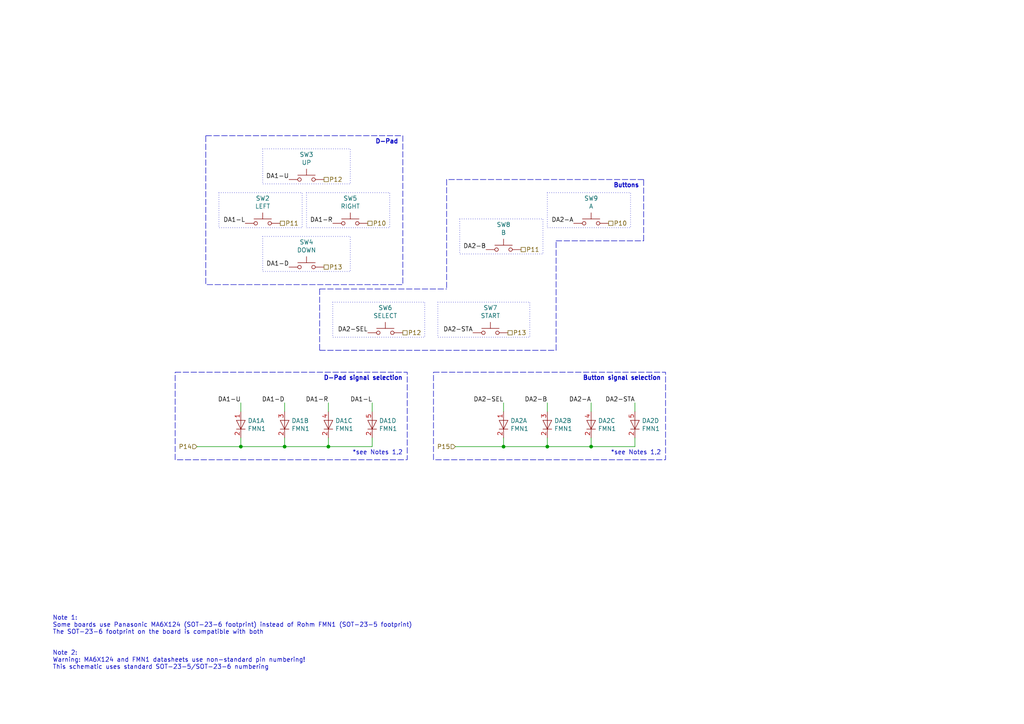
<source format=kicad_sch>
(kicad_sch (version 20230121) (generator eeschema)
  (paper "A4")
  (title_block (title "MGL-CPU-01") (date "2022-03-19") (rev "A") (company "https://gekkio.fi") (comment 1 "https://github.com/Gekkio/gb-schematics"))
  (lib_symbols
    (symbol "Gekkio_Diode:FMN1" (pin_names (offset 1.016) hide)
      (property "Reference" "D" (at 0 2.54 0))
      (property "Value" "FMN1" (at 0 -2.54 0))
      (symbol "FMN1_0_1"
        (polyline (pts (xy -1.27 1.27) (xy -1.27 -1.27)) (stroke (width 0.1524)))
        (polyline (pts (xy 1.27 -1.27) (xy 1.27 1.27)))
        (polyline (pts (xy 1.27 0) (xy -1.27 0)))
        (polyline (pts (xy 1.27 1.27) (xy -1.27 0) (xy 1.27 -1.27)))
      )
      (symbol "FMN1_1_1"
        (pin passive line (at 3.81 0 180) (length 2.54) (name "A") (number "1"))
        (pin passive line (at -3.81 0 0) (length 2.54) (name "K") (number "2"))
      )
      (symbol "FMN1_2_1"
        (pin passive line (at -3.81 0 0) (length 2.54) (name "K") (number "2"))
        (pin passive line (at 3.81 0 180) (length 2.54) (name "A") (number "3"))
      )
      (symbol "FMN1_3_1"
        (pin passive line (at -3.81 0 0) (length 2.54) (name "K") (number "2"))
        (pin passive line (at 3.81 0 180) (length 2.54) (name "A") (number "4"))
      )
      (symbol "FMN1_4_1"
        (pin passive line (at -3.81 0 0) (length 2.54) (name "K") (number "2"))
        (pin passive line (at 3.81 0 180) (length 2.54) (name "A") (number "5"))
      )
    )
    (symbol "Switch:SW_Push" (pin_numbers hide) (pin_names (offset 1.016) hide)
      (property "Reference" "SW" (at 1.27 2.54 0))
      (property "Value" "SW_Push" (at 0 -1.524 0))
      (symbol "SW_Push_0_1"
        (circle (center -2.032 0) (radius 0.508))
        (polyline (pts (xy 0 1.27) (xy 0 3.048)))
        (polyline (pts (xy 2.54 1.27) (xy -2.54 1.27)))
        (circle (center 2.032 0) (radius 0.508))
        (pin passive line (at -5.08 0 0) (length 2.54) (name "1") (number "1"))
        (pin passive line (at 5.08 0 180) (length 2.54) (name "2") (number "2"))
      )
    )
  )
  (junction (at 171.45 129.54))
  (junction (at 95.25 129.54))
  (junction (at 146.05 129.54))
  (junction (at 158.75 129.54))
  (junction (at 69.85 129.54))
  (junction (at 82.55 129.54))
  (wire (pts (xy 69.85 119.38) (xy 69.85 116.84)))
  (polyline (pts (xy 161.29 69.85) (xy 186.69 69.85)) (stroke (width 0) (type dash)))
  (wire (pts (xy 158.75 127) (xy 158.75 129.54)))
  (polyline (pts (xy 186.69 69.85) (xy 186.69 52.07)) (stroke (width 0) (type dash)))
  (polyline (pts (xy 92.71 101.6) (xy 161.29 101.6)) (stroke (width 0) (type dash)))
  (wire (pts (xy 107.95 129.54) (xy 95.25 129.54)))
  (polyline (pts (xy 129.54 52.07) (xy 129.54 83.82)) (stroke (width 0) (type dash)))
  (polyline (pts (xy 92.71 83.82) (xy 129.54 83.82)) (stroke (width 0) (type dash)))
  (wire (pts (xy 95.25 119.38) (xy 95.25 116.84)))
  (wire (pts (xy 82.55 127) (xy 82.55 129.54)))
  (wire (pts (xy 146.05 129.54) (xy 146.05 127)))
  (wire (pts (xy 95.25 127) (xy 95.25 129.54)))
  (wire (pts (xy 171.45 127) (xy 171.45 129.54)))
  (wire (pts (xy 82.55 129.54) (xy 69.85 129.54)))
  (wire (pts (xy 184.15 129.54) (xy 171.45 129.54)))
  (wire (pts (xy 69.85 127) (xy 69.85 129.54)))
  (wire (pts (xy 57.15 129.54) (xy 69.85 129.54)))
  (wire (pts (xy 107.95 119.38) (xy 107.95 116.84)))
  (wire (pts (xy 107.95 127) (xy 107.95 129.54)))
  (wire (pts (xy 184.15 119.38) (xy 184.15 116.84)))
  (wire (pts (xy 95.25 129.54) (xy 82.55 129.54)))
  (wire (pts (xy 158.75 129.54) (xy 146.05 129.54)))
  (polyline (pts (xy 161.29 101.6) (xy 161.29 69.85)) (stroke (width 0) (type dash)))
  (wire (pts (xy 132.08 129.54) (xy 146.05 129.54)))
  (wire (pts (xy 82.55 119.38) (xy 82.55 116.84)))
  (polyline (pts (xy 186.69 52.07) (xy 129.54 52.07)) (stroke (width 0) (type dash)))
  (wire (pts (xy 184.15 127) (xy 184.15 129.54)))
  (wire (pts (xy 146.05 119.38) (xy 146.05 116.84)))
  (wire (pts (xy 171.45 129.54) (xy 158.75 129.54)))
  (polyline (pts (xy 92.71 83.82) (xy 92.71 101.6)) (stroke (width 0) (type dash)))
  (wire (pts (xy 171.45 119.38) (xy 171.45 116.84)))
  (wire (pts (xy 158.75 119.38) (xy 158.75 116.84)))
  (rectangle (start 63.5 55.88) (end 87.63 66.04) (stroke (width 0) (type dot)))
  (rectangle (start 125.73 107.95) (end 193.04 133.35) (stroke (width 0) (type dash)))
  (rectangle (start 50.8 107.95) (end 118.11 133.35) (stroke (width 0) (type dash)))
  (rectangle (start 76.2 68.58) (end 101.6 78.74) (stroke (width 0) (type dot)))
  (rectangle (start 127 87.63) (end 153.67 97.79) (stroke (width 0) (type dot)))
  (rectangle (start 133.35 63.5) (end 157.48 73.66) (stroke (width 0) (type dot)))
  (rectangle (start 59.69 39.37) (end 116.84 82.55) (stroke (width 0) (type dash)))
  (rectangle (start 76.2 43.18) (end 101.6 53.34) (stroke (width 0) (type dot)))
  (rectangle (start 158.75 55.88) (end 182.88 66.04) (stroke (width 0) (type dot)))
  (rectangle (start 88.9 55.88) (end 113.03 66.04) (stroke (width 0) (type dot)))
  (rectangle (start 96.52 87.63) (end 123.19 97.79) (stroke (width 0) (type dot)))
  (text "*see Notes 1,2" (at 191.77 132.08 0) (effects (font (size 1.27 1.27)) (justify right bottom)))
  (text "Note 2:\nWarning: MA6X124 and FMN1 datasheets use non-standard pin numbering!\nThis schematic uses standard SOT-23-5/SOT-23-6 numbering" (at 15.24 194.31 0) (effects (font (size 1.27 1.27)) (justify left bottom)))
  (text "D-Pad" (at 115.57 41.91 0) (effects (font (size 1.27 1.27) (thickness 0.254) bold) (justify right bottom)))
  (text "Note 1:\nSome boards use Panasonic MA6X124 (SOT-23-6 footprint) instead of Rohm FMN1 (SOT-23-5 footprint)\nThe SOT-23-6 footprint on the board is compatible with both" (at 15.24 184.15 0) (effects (font (size 1.27 1.27)) (justify left bottom)))
  (text "D-Pad signal selection" (at 116.84 110.49 0) (effects (font (size 1.27 1.27) (thickness 0.254) bold) (justify right bottom)))
  (text "*see Notes 1,2" (at 116.84 132.08 0) (effects (font (size 1.27 1.27)) (justify right bottom)))
  (text "Button signal selection" (at 191.77 110.49 0) (effects (font (size 1.27 1.27) (thickness 0.254) bold) (justify right bottom)))
  (text "Buttons" (at 185.42 54.61 0) (effects (font (size 1.27 1.27) (thickness 0.254) bold) (justify right bottom)))
  (label "DA2-STA" (at 184.15 116.84 180))
  (label "DA1-L" (at 107.95 116.84 180))
  (label "DA1-L" (at 71.12 64.77 180))
  (label "DA2-SEL" (at 106.68 96.52 180))
  (label "DA1-R" (at 96.52 64.77 180))
  (label "DA1-D" (at 82.55 116.84 180))
  (label "DA1-D" (at 83.82 77.47 180))
  (label "DA1-U" (at 83.82 52.07 180))
  (label "DA2-A" (at 166.37 64.77 180))
  (label "DA2-B" (at 158.75 116.84 180))
  (label "DA2-A" (at 171.45 116.84 180))
  (label "DA1-R" (at 95.25 116.84 180))
  (label "DA2-STA" (at 137.16 96.52 180))
  (label "DA2-SEL" (at 146.05 116.84 180))
  (label "DA2-B" (at 140.97 72.39 180))
  (label "DA1-U" (at 69.85 116.84 180))
  (hierarchical_label "P14" (shape input) (at 57.15 129.54 180))
  (hierarchical_label "P11" (shape passive) (at 151.13 72.39 0))
  (hierarchical_label "P12" (shape passive) (at 116.84 96.52 0))
  (hierarchical_label "P13" (shape passive) (at 147.32 96.52 0))
  (hierarchical_label "P15" (shape input) (at 132.08 129.54 180))
  (hierarchical_label "P13" (shape passive) (at 93.98 77.47 0))
  (hierarchical_label "P10" (shape passive) (at 106.68 64.77 0))
  (hierarchical_label "P10" (shape passive) (at 176.53 64.77 0))
  (hierarchical_label "P11" (shape passive) (at 81.28 64.77 0))
  (hierarchical_label "P12" (shape passive) (at 93.98 52.07 0))
  (symbol (lib_id "Switch:SW_Push") (at 88.9 52.07 0) (unit 1)
    (property "Reference" "SW3" (at 88.9 44.831 0))
    (property "Value" "UP" (at 88.9 47.1424 0))
  )
  (symbol (lib_id "Switch:SW_Push") (at 101.6 64.77 0) (unit 1)
    (property "Reference" "SW5" (at 101.6 57.531 0))
    (property "Value" "RIGHT" (at 101.6 59.8424 0))
  )
  (symbol (lib_id "Switch:SW_Push") (at 88.9 77.47 0) (unit 1)
    (property "Reference" "SW4" (at 88.9 70.231 0))
    (property "Value" "DOWN" (at 88.9 72.5424 0))
  )
  (symbol (lib_id "Switch:SW_Push") (at 76.2 64.77 0) (mirror y) (unit 1)
    (property "Reference" "SW2" (at 76.2 57.531 0))
    (property "Value" "LEFT" (at 76.2 59.8424 0))
  )
  (symbol (lib_id "Gekkio_Diode:FMN1") (at 82.55 123.19 270) (mirror x) (unit 2)
    (property "Reference" "DA1" (at 84.5312 122.0216 90) (effects (justify left)))
    (property "Value" "FMN1" (at 84.5312 124.333 90) (effects (justify left)))
    (property "Footprint" "Package_TO_SOT_SMD:SOT-23-5" (effects hide))
    (property "Datasheet" "https://fscdn.rohm.com/en/products/databook/datasheet/discrete/diode/switching/fmn1t148-e.pdf" (effects hide))
  )
  (symbol (lib_id "Gekkio_Diode:FMN1") (at 95.25 123.19 270) (mirror x) (unit 3)
    (property "Reference" "DA1" (at 97.2312 122.0216 90) (effects (justify left)))
    (property "Value" "FMN1" (at 97.2312 124.333 90) (effects (justify left)))
    (property "Footprint" "Package_TO_SOT_SMD:SOT-23-5" (effects hide))
    (property "Datasheet" "https://fscdn.rohm.com/en/products/databook/datasheet/discrete/diode/switching/fmn1t148-e.pdf" (effects hide))
  )
  (symbol (lib_id "Gekkio_Diode:FMN1") (at 107.95 123.19 270) (mirror x) (unit 4)
    (property "Reference" "DA1" (at 109.9312 122.0216 90) (effects (justify left)))
    (property "Value" "FMN1" (at 109.9312 124.333 90) (effects (justify left)))
    (property "Footprint" "Package_TO_SOT_SMD:SOT-23-5" (effects hide))
    (property "Datasheet" "https://fscdn.rohm.com/en/products/databook/datasheet/discrete/diode/switching/fmn1t148-e.pdf" (effects hide))
  )
  (symbol (lib_id "Gekkio_Diode:FMN1") (at 69.85 123.19 270) (mirror x) (unit 1)
    (property "Reference" "DA1" (at 71.8312 122.0216 90) (effects (justify left)))
    (property "Value" "FMN1" (at 71.8312 124.333 90) (effects (justify left)))
    (property "Footprint" "Package_TO_SOT_SMD:SOT-23-5" (effects hide))
    (property "Datasheet" "https://fscdn.rohm.com/en/products/databook/datasheet/discrete/diode/switching/fmn1t148-e.pdf" (effects hide))
  )
  (symbol (lib_id "Switch:SW_Push") (at 171.45 64.77 0) (unit 1)
    (property "Reference" "SW9" (at 171.45 57.531 0))
    (property "Value" "A" (at 171.45 59.8424 0))
  )
  (symbol (lib_id "Switch:SW_Push") (at 142.24 96.52 0) (unit 1)
    (property "Reference" "SW7" (at 142.24 89.281 0))
    (property "Value" "START" (at 142.24 91.5924 0))
  )
  (symbol (lib_id "Switch:SW_Push") (at 146.05 72.39 0) (mirror y) (unit 1)
    (property "Reference" "SW8" (at 146.05 65.151 0))
    (property "Value" "B" (at 146.05 67.4624 0))
  )
  (symbol (lib_id "Gekkio_Diode:FMN1") (at 158.75 123.19 270) (mirror x) (unit 2)
    (property "Reference" "DA2" (at 160.7312 122.0216 90) (effects (justify left)))
    (property "Value" "FMN1" (at 160.7312 124.333 90) (effects (justify left)))
    (property "Footprint" "Package_TO_SOT_SMD:SOT-23-5" (effects hide))
    (property "Datasheet" "https://fscdn.rohm.com/en/products/databook/datasheet/discrete/diode/switching/fmn1t148-e.pdf" (effects hide))
  )
  (symbol (lib_id "Gekkio_Diode:FMN1") (at 171.45 123.19 270) (mirror x) (unit 3)
    (property "Reference" "DA2" (at 173.4312 122.0216 90) (effects (justify left)))
    (property "Value" "FMN1" (at 173.4312 124.333 90) (effects (justify left)))
    (property "Footprint" "Package_TO_SOT_SMD:SOT-23-5" (effects hide))
    (property "Datasheet" "https://fscdn.rohm.com/en/products/databook/datasheet/discrete/diode/switching/fmn1t148-e.pdf" (effects hide))
  )
  (symbol (lib_id "Gekkio_Diode:FMN1") (at 184.15 123.19 270) (mirror x) (unit 4)
    (property "Reference" "DA2" (at 186.1312 122.0216 90) (effects (justify left)))
    (property "Value" "FMN1" (at 186.1312 124.333 90) (effects (justify left)))
    (property "Footprint" "Package_TO_SOT_SMD:SOT-23-5" (effects hide))
    (property "Datasheet" "https://fscdn.rohm.com/en/products/databook/datasheet/discrete/diode/switching/fmn1t148-e.pdf" (effects hide))
  )
  (symbol (lib_id "Gekkio_Diode:FMN1") (at 146.05 123.19 270) (mirror x) (unit 1)
    (property "Reference" "DA2" (at 148.0312 122.0216 90) (effects (justify left)))
    (property "Value" "FMN1" (at 148.0312 124.333 90) (effects (justify left)))
    (property "Footprint" "Package_TO_SOT_SMD:SOT-23-5" (effects hide))
    (property "Datasheet" "https://fscdn.rohm.com/en/products/databook/datasheet/discrete/diode/switching/fmn1t148-e.pdf" (effects hide))
  )
  (symbol (lib_id "Switch:SW_Push") (at 111.76 96.52 0) (unit 1)
    (property "Reference" "SW6" (at 111.76 89.281 0))
    (property "Value" "SELECT" (at 111.76 91.5924 0))
  )
)
</source>
